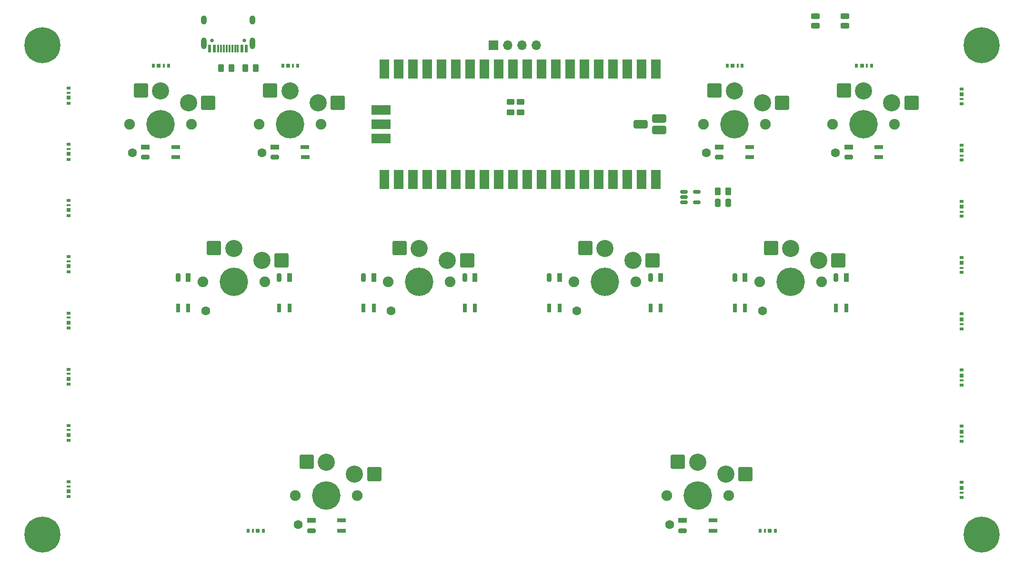
<source format=gbr>
%TF.GenerationSoftware,KiCad,Pcbnew,(6.0.5)*%
%TF.CreationDate,2022-10-13T09:17:03+09:00*%
%TF.ProjectId,Luka One___,4c756b61-204f-46e6-9566-5c5f2e6b6963,rev?*%
%TF.SameCoordinates,PX2f4d600PY1513820*%
%TF.FileFunction,Soldermask,Bot*%
%TF.FilePolarity,Negative*%
%FSLAX46Y46*%
G04 Gerber Fmt 4.6, Leading zero omitted, Abs format (unit mm)*
G04 Created by KiCad (PCBNEW (6.0.5)) date 2022-10-13 09:17:03*
%MOMM*%
%LPD*%
G01*
G04 APERTURE LIST*
G04 Aperture macros list*
%AMRoundRect*
0 Rectangle with rounded corners*
0 $1 Rounding radius*
0 $2 $3 $4 $5 $6 $7 $8 $9 X,Y pos of 4 corners*
0 Add a 4 corners polygon primitive as box body*
4,1,4,$2,$3,$4,$5,$6,$7,$8,$9,$2,$3,0*
0 Add four circle primitives for the rounded corners*
1,1,$1+$1,$2,$3*
1,1,$1+$1,$4,$5*
1,1,$1+$1,$6,$7*
1,1,$1+$1,$8,$9*
0 Add four rect primitives between the rounded corners*
20,1,$1+$1,$2,$3,$4,$5,0*
20,1,$1+$1,$4,$5,$6,$7,0*
20,1,$1+$1,$6,$7,$8,$9,0*
20,1,$1+$1,$8,$9,$2,$3,0*%
%AMFreePoly0*
4,1,5,0.750000,-0.395000,-0.750000,-0.395000,-0.750000,0.395000,0.750000,0.395000,0.750000,-0.395000,0.750000,-0.395000,$1*%
G04 Aperture macros list end*
%ADD10C,1.900000*%
%ADD11C,5.050000*%
%ADD12C,3.050000*%
%ADD13C,1.600000*%
%ADD14RoundRect,0.250000X-1.025000X-1.000000X1.025000X-1.000000X1.025000X1.000000X-1.025000X1.000000X0*%
%ADD15R,0.790000X1.500000*%
%ADD16RoundRect,0.197500X-0.197500X0.552500X-0.197500X-0.552500X0.197500X-0.552500X0.197500X0.552500X0*%
%ADD17FreePoly0,270.000000*%
%ADD18R,1.500000X0.790000*%
%ADD19RoundRect,0.197500X-0.552500X-0.197500X0.552500X-0.197500X0.552500X0.197500X-0.552500X0.197500X0*%
%ADD20FreePoly0,0.000000*%
%ADD21C,0.800000*%
%ADD22C,6.400000*%
%ADD23R,1.700000X1.700000*%
%ADD24O,1.700000X1.700000*%
%ADD25R,0.800000X0.550000*%
%ADD26R,0.800000X0.800000*%
%ADD27R,0.800000X0.450000*%
%ADD28R,0.800000X0.600000*%
%ADD29RoundRect,0.250000X0.250000X0.475000X-0.250000X0.475000X-0.250000X-0.475000X0.250000X-0.475000X0*%
%ADD30RoundRect,0.150000X-0.512500X-0.150000X0.512500X-0.150000X0.512500X0.150000X-0.512500X0.150000X0*%
%ADD31R,0.550000X0.800000*%
%ADD32R,0.450000X0.800000*%
%ADD33R,0.600000X0.800000*%
%ADD34RoundRect,0.250000X-0.262500X-0.450000X0.262500X-0.450000X0.262500X0.450000X-0.262500X0.450000X0*%
%ADD35RoundRect,0.250000X-0.525000X-0.250000X0.525000X-0.250000X0.525000X0.250000X-0.525000X0.250000X0*%
%ADD36RoundRect,0.250000X0.450000X-0.262500X0.450000X0.262500X-0.450000X0.262500X-0.450000X-0.262500X0*%
%ADD37C,0.650000*%
%ADD38R,0.600000X1.450000*%
%ADD39R,0.300000X1.450000*%
%ADD40O,1.000000X1.600000*%
%ADD41O,1.000000X2.100000*%
%ADD42R,1.700000X3.500000*%
%ADD43R,3.500000X1.700000*%
%ADD44RoundRect,0.300000X0.950000X-0.450000X0.950000X0.450000X-0.950000X0.450000X-0.950000X-0.450000X0*%
G04 APERTURE END LIST*
D10*
%TO.C,REF\u002A\u002A*%
X127900000Y-23900000D03*
D11*
X133400000Y-23900000D03*
D12*
X133400000Y-18000000D03*
X138400000Y-20100000D03*
D13*
X128400000Y-29050000D03*
D10*
X138900000Y-23900000D03*
D14*
X129900000Y-17900000D03*
X141900000Y-20100000D03*
%TD*%
D10*
%TO.C,Kailh PG1354*%
X66379999Y-89953850D03*
D12*
X60879999Y-84053850D03*
X65879999Y-86153850D03*
D13*
X55879999Y-95103850D03*
D11*
X60879999Y-89953850D03*
D10*
X55379999Y-89953850D03*
D14*
X57379999Y-83953850D03*
X69379999Y-86153850D03*
%TD*%
D11*
%TO.C,REF\u002A\u002A*%
X31400000Y-23900000D03*
D10*
X36900000Y-23900000D03*
D12*
X36400000Y-20100000D03*
X31400000Y-18000000D03*
D10*
X25900000Y-23900000D03*
D13*
X26400000Y-29050000D03*
D14*
X27900000Y-17900000D03*
X39900000Y-20100000D03*
%TD*%
D12*
%TO.C,Kailh PG1352*%
X115399999Y-48143850D03*
D11*
X110399999Y-51943850D03*
D10*
X104899999Y-51943850D03*
D12*
X110399999Y-46043850D03*
D10*
X115899999Y-51943850D03*
D13*
X105399999Y-57093850D03*
D14*
X106899999Y-45943850D03*
X118899999Y-48143850D03*
%TD*%
D15*
%TO.C,REF\u002A\u002A3*%
X135310000Y-56590000D03*
X133490000Y-56600000D03*
D16*
X133490000Y-51200000D03*
D17*
X135310000Y-51200000D03*
%TD*%
D15*
%TO.C,REF\u002A\u002A10*%
X54310000Y-56590000D03*
X52490000Y-56600000D03*
D16*
X52490000Y-51200000D03*
D17*
X54310000Y-51200000D03*
%TD*%
D12*
%TO.C,REF\u002A\u002A*%
X59400000Y-20100000D03*
D11*
X54400000Y-23900000D03*
D12*
X54400000Y-18000000D03*
D13*
X49400000Y-29050000D03*
D10*
X48900000Y-23900000D03*
X59900000Y-23900000D03*
D14*
X50900000Y-17900000D03*
X62900000Y-20100000D03*
%TD*%
D15*
%TO.C,REF\u002A\u002A7*%
X69310000Y-56590000D03*
X67490000Y-56600000D03*
D16*
X67490000Y-51200000D03*
D17*
X69310000Y-51200000D03*
%TD*%
D18*
%TO.C,REF\u002A\u002A3*%
X34090000Y-27990000D03*
X34100000Y-29810000D03*
D19*
X28700000Y-29810000D03*
D20*
X28700000Y-27990000D03*
%TD*%
D21*
%TO.C,REF\u002A\u002A*%
X179799999Y-9900000D03*
X175702943Y-11597056D03*
X177399999Y-7500000D03*
X175702943Y-8202944D03*
D22*
X177399999Y-9900000D03*
D21*
X177399999Y-12300000D03*
X174999999Y-9900000D03*
X179097055Y-8202944D03*
X179097055Y-11597056D03*
%TD*%
%TO.C,REF\u002A\u002A*%
X12800000Y-9900000D03*
X10400000Y-7500000D03*
X12097056Y-11597056D03*
D22*
X10400000Y-9900000D03*
D21*
X8000000Y-9900000D03*
X12097056Y-8202944D03*
X8702944Y-11597056D03*
X10400000Y-12300000D03*
X8702944Y-8202944D03*
%TD*%
D15*
%TO.C,REF\u002A\u002A6*%
X120310000Y-56590000D03*
X118490000Y-56600000D03*
D16*
X118490000Y-51200000D03*
D17*
X120310000Y-51200000D03*
%TD*%
D12*
%TO.C,REF\u002A\u002A*%
X156400000Y-18000000D03*
D10*
X161900000Y-23900000D03*
D12*
X161400000Y-20100000D03*
D13*
X151400000Y-29050000D03*
D10*
X150900000Y-23900000D03*
D11*
X156400000Y-23900000D03*
D14*
X152900000Y-17900000D03*
X164900000Y-20100000D03*
%TD*%
D21*
%TO.C,REF\u002A\u002A*%
X10400000Y-99300000D03*
X8000000Y-96900000D03*
X12097056Y-95202944D03*
X10400000Y-94500000D03*
X12097056Y-98597056D03*
X12800000Y-96900000D03*
X8702944Y-95202944D03*
D22*
X10400000Y-96900000D03*
D21*
X8702944Y-98597056D03*
%TD*%
D15*
%TO.C,REF\u002A\u002A8*%
X87310000Y-56590000D03*
X85490000Y-56600000D03*
D16*
X85490000Y-51200000D03*
D17*
X87310000Y-51200000D03*
%TD*%
D18*
%TO.C,REF\u002A\u002A3*%
X57090000Y-27990000D03*
X57100000Y-29810000D03*
D19*
X51700000Y-29810000D03*
D20*
X51700000Y-27990000D03*
%TD*%
D15*
%TO.C,REF\u002A\u002A9*%
X36310000Y-56590000D03*
X34490000Y-56600000D03*
D16*
X34490000Y-51200000D03*
D17*
X36310000Y-51200000D03*
%TD*%
D15*
%TO.C,REF\u002A\u002A5*%
X102310000Y-56590000D03*
X100490000Y-56600000D03*
D16*
X100490000Y-51200000D03*
D17*
X102310000Y-51200000D03*
%TD*%
D13*
%TO.C,Kailh PG1354*%
X121879999Y-95103850D03*
D11*
X126879999Y-89953850D03*
D12*
X131879999Y-86153850D03*
X126879999Y-84053850D03*
D10*
X121379999Y-89953850D03*
X132379999Y-89953850D03*
D14*
X123379999Y-83953850D03*
X135379999Y-86153850D03*
%TD*%
D13*
%TO.C,Kailh PG1353*%
X138399999Y-57093850D03*
D11*
X143399999Y-51943850D03*
D10*
X137899999Y-51943850D03*
D12*
X143399999Y-46043850D03*
D10*
X148899999Y-51943850D03*
D12*
X148399999Y-48143850D03*
D14*
X139899999Y-45943850D03*
X151899999Y-48143850D03*
%TD*%
D18*
%TO.C,REF\u002A\u002A3*%
X159090000Y-27990000D03*
X159100000Y-29810000D03*
D19*
X153700000Y-29810000D03*
D20*
X153700000Y-27990000D03*
%TD*%
D18*
%TO.C,REF\u002A\u002A4*%
X129596006Y-94397420D03*
X129606006Y-96217420D03*
D19*
X124206006Y-96217420D03*
D20*
X124206006Y-94397420D03*
%TD*%
D18*
%TO.C,REF\u002A\u002A3*%
X136090000Y-27990000D03*
X136100000Y-29810000D03*
D19*
X130700000Y-29810000D03*
D20*
X130700000Y-27990000D03*
%TD*%
D18*
%TO.C,REF\u002A\u002A*%
X63596006Y-94397420D03*
X63606006Y-96217420D03*
D19*
X58206006Y-96217420D03*
D20*
X58206006Y-94397420D03*
%TD*%
D23*
%TO.C,J2*%
X90600000Y-9900000D03*
D24*
X93140000Y-9900000D03*
X95680000Y-9900000D03*
X98220000Y-9900000D03*
%TD*%
D12*
%TO.C,Kailh PG1351*%
X77399999Y-46043850D03*
X82399999Y-48143850D03*
D11*
X77399999Y-51943850D03*
D10*
X82899999Y-51943850D03*
D13*
X72399999Y-57093850D03*
D10*
X71899999Y-51943850D03*
D14*
X73899999Y-45943850D03*
X85899999Y-48143850D03*
%TD*%
D21*
%TO.C,REF\u002A\u002A*%
X175702943Y-98597056D03*
X177399999Y-99300000D03*
X174999999Y-96900000D03*
X175702943Y-95202944D03*
X179097055Y-98597056D03*
X179799999Y-96900000D03*
X179097055Y-95202944D03*
D22*
X177399999Y-96900000D03*
D21*
X177399999Y-94500000D03*
%TD*%
D15*
%TO.C,REF\u002A\u002A3*%
X153310000Y-56590000D03*
X151490000Y-56600000D03*
D16*
X151490000Y-51200000D03*
D17*
X153310000Y-51200000D03*
%TD*%
D10*
%TO.C,Kailh PG1350*%
X38899999Y-51943850D03*
X49899999Y-51943850D03*
D11*
X44399999Y-51943850D03*
D12*
X44399999Y-46043850D03*
D13*
X39399999Y-57093850D03*
D12*
X49399999Y-48143850D03*
D14*
X40899999Y-45943850D03*
X52899999Y-48143850D03*
%TD*%
D25*
%TO.C,LED12*%
X173775000Y-37625000D03*
D26*
X173775000Y-38600000D03*
D27*
X173775000Y-39475000D03*
D28*
X173775000Y-40300000D03*
%TD*%
D25*
%TO.C,LED2*%
X15025000Y-40175000D03*
D26*
X15025000Y-39200000D03*
D27*
X15025000Y-38325000D03*
D28*
X15025000Y-37500000D03*
%TD*%
D29*
%TO.C,C1*%
X132350000Y-37900000D03*
X130450000Y-37900000D03*
%TD*%
D25*
%TO.C,LED9*%
X173775000Y-67625000D03*
D26*
X173775000Y-68600000D03*
D27*
X173775000Y-69475000D03*
D28*
X173775000Y-70300000D03*
%TD*%
D25*
%TO.C,LED5*%
X15025000Y-70175000D03*
D26*
X15025000Y-69200000D03*
D27*
X15025000Y-68325000D03*
D28*
X15025000Y-67500000D03*
%TD*%
D30*
%TO.C,U2*%
X124482500Y-37850000D03*
X124482500Y-36900000D03*
X124482500Y-35950000D03*
X126757500Y-35950000D03*
X126757500Y-37850000D03*
%TD*%
D25*
%TO.C,LED7*%
X15025000Y-90175000D03*
D26*
X15025000Y-89200000D03*
D27*
X15025000Y-88325000D03*
D28*
X15025000Y-87500000D03*
%TD*%
D31*
%TO.C,LED14*%
X30125000Y-13525000D03*
D26*
X31100000Y-13525000D03*
D32*
X31975000Y-13525000D03*
D33*
X32800000Y-13525000D03*
%TD*%
D31*
%TO.C,LED14*%
X132125000Y-13525000D03*
D26*
X133100000Y-13525000D03*
D32*
X133975000Y-13525000D03*
D33*
X134800000Y-13525000D03*
%TD*%
D34*
%TO.C,R1*%
X46487500Y-13900000D03*
X48312500Y-13900000D03*
%TD*%
%TO.C,R5*%
X130467500Y-35900000D03*
X132292500Y-35900000D03*
%TD*%
D35*
%TO.C,REF\u002A\u002A*%
X147801131Y-6370103D03*
X153051131Y-6370103D03*
X147801131Y-4670103D03*
X153051131Y-4670103D03*
%TD*%
D36*
%TO.C,R4*%
X93662500Y-21812500D03*
X93662500Y-19987500D03*
%TD*%
D31*
%TO.C,LED14*%
X140675000Y-96275000D03*
D26*
X139700000Y-96275000D03*
D32*
X138825000Y-96275000D03*
D33*
X138000000Y-96275000D03*
%TD*%
D25*
%TO.C,LED*%
X173775000Y-87625000D03*
D26*
X173775000Y-88600000D03*
D27*
X173775000Y-89475000D03*
D28*
X173775000Y-90300000D03*
%TD*%
D31*
%TO.C,LED14*%
X53125000Y-13525000D03*
D26*
X54100000Y-13525000D03*
D32*
X54975000Y-13525000D03*
D33*
X55800000Y-13525000D03*
%TD*%
D36*
%TO.C,R3*%
X95400000Y-21812500D03*
X95400000Y-19987500D03*
%TD*%
D25*
%TO.C,LED*%
X15025000Y-20175000D03*
D26*
X15025000Y-19200000D03*
D27*
X15025000Y-18325000D03*
D28*
X15025000Y-17500000D03*
%TD*%
D25*
%TO.C,LED13*%
X173775000Y-27625000D03*
D26*
X173775000Y-28600000D03*
D27*
X173775000Y-29475000D03*
D28*
X173775000Y-30300000D03*
%TD*%
D34*
%TO.C,R2*%
X42187500Y-13900000D03*
X44012500Y-13900000D03*
%TD*%
D25*
%TO.C,LED4*%
X15025000Y-60175000D03*
D26*
X15025000Y-59200000D03*
D27*
X15025000Y-58325000D03*
D28*
X15025000Y-57500000D03*
%TD*%
D31*
%TO.C,LED14*%
X155125000Y-13525000D03*
D26*
X156100000Y-13525000D03*
D32*
X156975000Y-13525000D03*
D33*
X157800000Y-13525000D03*
%TD*%
D25*
%TO.C,LED14*%
X173775000Y-17625000D03*
D26*
X173775000Y-18600000D03*
D27*
X173775000Y-19475000D03*
D28*
X173775000Y-20300000D03*
%TD*%
D25*
%TO.C,LED6*%
X15025000Y-80175000D03*
D26*
X15025000Y-79200000D03*
D27*
X15025000Y-78325000D03*
D28*
X15025000Y-77500000D03*
%TD*%
D25*
%TO.C,LED3*%
X15025000Y-50175000D03*
D26*
X15025000Y-49200000D03*
D27*
X15025000Y-48325000D03*
D28*
X15025000Y-47500000D03*
%TD*%
D25*
%TO.C,LED1*%
X15025000Y-30175000D03*
D26*
X15025000Y-29200000D03*
D27*
X15025000Y-28325000D03*
D28*
X15025000Y-27500000D03*
%TD*%
D31*
%TO.C,LED14*%
X49675000Y-96275000D03*
D26*
X48700000Y-96275000D03*
D32*
X47825000Y-96275000D03*
D33*
X47000000Y-96275000D03*
%TD*%
D25*
%TO.C,LED11*%
X173775000Y-47625000D03*
D26*
X173775000Y-48600000D03*
D27*
X173775000Y-49475000D03*
D28*
X173775000Y-50300000D03*
%TD*%
D25*
%TO.C,LED10*%
X173775000Y-57625000D03*
D26*
X173775000Y-58600000D03*
D27*
X173775000Y-59475000D03*
D28*
X173775000Y-60300000D03*
%TD*%
D37*
%TO.C,J1*%
X40510000Y-9002601D03*
X46290000Y-9002601D03*
D38*
X40150000Y-10447601D03*
X40950000Y-10447601D03*
D39*
X42150000Y-10447601D03*
X43150000Y-10447601D03*
X43650000Y-10447601D03*
X44650000Y-10447601D03*
D38*
X45850000Y-10447601D03*
X46650000Y-10447601D03*
X46650000Y-10447601D03*
X45850000Y-10447601D03*
D39*
X45150000Y-10447601D03*
X44150000Y-10447601D03*
X42650000Y-10447601D03*
X41650000Y-10447601D03*
D38*
X40950000Y-10447601D03*
X40150000Y-10447601D03*
D40*
X39080000Y-5352601D03*
D41*
X39080000Y-9532601D03*
D40*
X47720000Y-5352601D03*
D41*
X47720000Y-9532601D03*
%TD*%
D25*
%TO.C,LED8*%
X173775000Y-77625000D03*
D26*
X173775000Y-78600000D03*
D27*
X173775000Y-79475000D03*
D28*
X173775000Y-80300000D03*
%TD*%
D42*
%TO.C,U1*%
X119490000Y-33710000D03*
X116950000Y-33710000D03*
X114410000Y-33710000D03*
X111870000Y-33710000D03*
X109330000Y-33710000D03*
X106790000Y-33710000D03*
X104250000Y-33710000D03*
X101710000Y-33710000D03*
X99170000Y-33710000D03*
X96630000Y-33710000D03*
X94090000Y-33710000D03*
X91550000Y-33710000D03*
X89010000Y-33710000D03*
X86470000Y-33710000D03*
X83930000Y-33710000D03*
X81390000Y-33710000D03*
X78850000Y-33710000D03*
X76310000Y-33710000D03*
X73770000Y-33710000D03*
X71230000Y-33710000D03*
X71230000Y-14130000D03*
X73770000Y-14130000D03*
X76310000Y-14130000D03*
X78850000Y-14130000D03*
X81390000Y-14130000D03*
X83930000Y-14130000D03*
X86470000Y-14130000D03*
X89010000Y-14130000D03*
X91550000Y-14130000D03*
X94090000Y-14130000D03*
X96630000Y-14130000D03*
X99170000Y-14130000D03*
X101710000Y-14130000D03*
X104250000Y-14130000D03*
X106790000Y-14130000D03*
X109330000Y-14130000D03*
X111870000Y-14130000D03*
X114410000Y-14130000D03*
X116950000Y-14130000D03*
X119490000Y-14130000D03*
D43*
X70560000Y-26460000D03*
X70560000Y-23920000D03*
X70560000Y-21380000D03*
D44*
X116730000Y-23920000D03*
X120010000Y-22920000D03*
X120030000Y-24920000D03*
%TD*%
M02*

</source>
